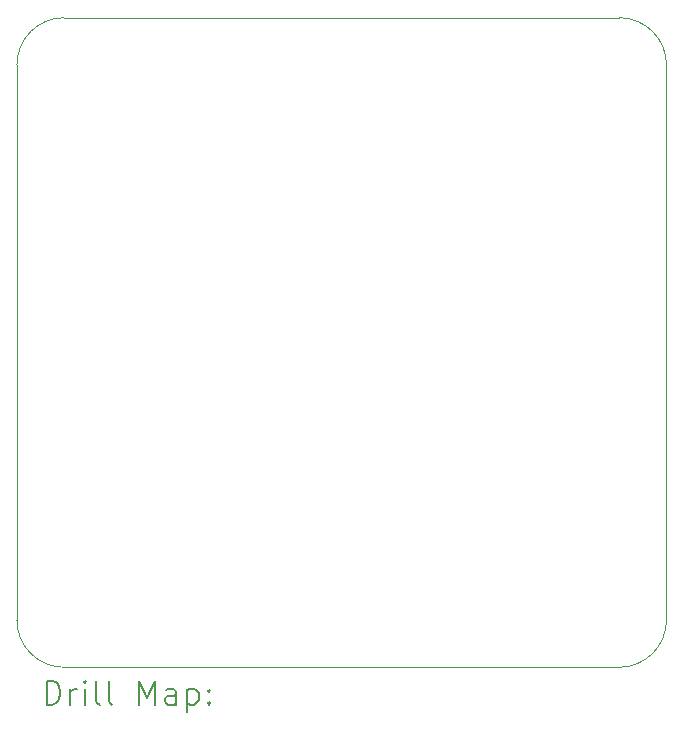
<source format=gbr>
%FSLAX45Y45*%
G04 Gerber Fmt 4.5, Leading zero omitted, Abs format (unit mm)*
G04 Created by KiCad (PCBNEW (6.0.5)) date 2025-05-25 15:45:03*
%MOMM*%
%LPD*%
G01*
G04 APERTURE LIST*
%TA.AperFunction,Profile*%
%ADD10C,0.100000*%
%TD*%
%ADD11C,0.200000*%
G04 APERTURE END LIST*
D10*
X12500000Y-11800000D02*
X17200000Y-11800000D01*
X12100000Y-6700000D02*
X12100000Y-11400000D01*
X17600000Y-6700000D02*
X17600000Y-11400000D01*
X12500000Y-6300000D02*
G75*
G03*
X12100000Y-6700000I0J-400000D01*
G01*
X17600000Y-6700000D02*
G75*
G03*
X17200000Y-6300000I-400000J0D01*
G01*
X12100000Y-11400000D02*
G75*
G03*
X12500000Y-11800000I400000J0D01*
G01*
X17200000Y-11800000D02*
G75*
G03*
X17600000Y-11400000I0J400000D01*
G01*
X12500000Y-6300000D02*
X17200000Y-6300000D01*
D11*
X12352619Y-12115476D02*
X12352619Y-11915476D01*
X12400238Y-11915476D01*
X12428809Y-11925000D01*
X12447857Y-11944048D01*
X12457381Y-11963095D01*
X12466905Y-12001190D01*
X12466905Y-12029762D01*
X12457381Y-12067857D01*
X12447857Y-12086905D01*
X12428809Y-12105952D01*
X12400238Y-12115476D01*
X12352619Y-12115476D01*
X12552619Y-12115476D02*
X12552619Y-11982143D01*
X12552619Y-12020238D02*
X12562143Y-12001190D01*
X12571667Y-11991667D01*
X12590714Y-11982143D01*
X12609762Y-11982143D01*
X12676428Y-12115476D02*
X12676428Y-11982143D01*
X12676428Y-11915476D02*
X12666905Y-11925000D01*
X12676428Y-11934524D01*
X12685952Y-11925000D01*
X12676428Y-11915476D01*
X12676428Y-11934524D01*
X12800238Y-12115476D02*
X12781190Y-12105952D01*
X12771667Y-12086905D01*
X12771667Y-11915476D01*
X12905000Y-12115476D02*
X12885952Y-12105952D01*
X12876428Y-12086905D01*
X12876428Y-11915476D01*
X13133571Y-12115476D02*
X13133571Y-11915476D01*
X13200238Y-12058333D01*
X13266905Y-11915476D01*
X13266905Y-12115476D01*
X13447857Y-12115476D02*
X13447857Y-12010714D01*
X13438333Y-11991667D01*
X13419286Y-11982143D01*
X13381190Y-11982143D01*
X13362143Y-11991667D01*
X13447857Y-12105952D02*
X13428809Y-12115476D01*
X13381190Y-12115476D01*
X13362143Y-12105952D01*
X13352619Y-12086905D01*
X13352619Y-12067857D01*
X13362143Y-12048809D01*
X13381190Y-12039286D01*
X13428809Y-12039286D01*
X13447857Y-12029762D01*
X13543095Y-11982143D02*
X13543095Y-12182143D01*
X13543095Y-11991667D02*
X13562143Y-11982143D01*
X13600238Y-11982143D01*
X13619286Y-11991667D01*
X13628809Y-12001190D01*
X13638333Y-12020238D01*
X13638333Y-12077381D01*
X13628809Y-12096428D01*
X13619286Y-12105952D01*
X13600238Y-12115476D01*
X13562143Y-12115476D01*
X13543095Y-12105952D01*
X13724048Y-12096428D02*
X13733571Y-12105952D01*
X13724048Y-12115476D01*
X13714524Y-12105952D01*
X13724048Y-12096428D01*
X13724048Y-12115476D01*
X13724048Y-11991667D02*
X13733571Y-12001190D01*
X13724048Y-12010714D01*
X13714524Y-12001190D01*
X13724048Y-11991667D01*
X13724048Y-12010714D01*
M02*

</source>
